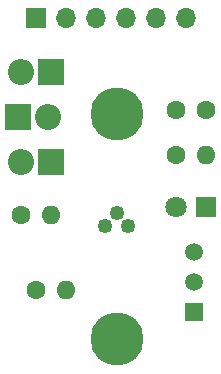
<source format=gbr>
%TF.GenerationSoftware,KiCad,Pcbnew,7.0.6-7.0.6~ubuntu22.04.1*%
%TF.CreationDate,2023-08-18T10:05:56-04:00*%
%TF.ProjectId,laserSim,6c617365-7253-4696-9d2e-6b696361645f,rev?*%
%TF.SameCoordinates,Original*%
%TF.FileFunction,Soldermask,Top*%
%TF.FilePolarity,Negative*%
%FSLAX46Y46*%
G04 Gerber Fmt 4.6, Leading zero omitted, Abs format (unit mm)*
G04 Created by KiCad (PCBNEW 7.0.6-7.0.6~ubuntu22.04.1) date 2023-08-18 10:05:56*
%MOMM*%
%LPD*%
G01*
G04 APERTURE LIST*
%ADD10C,1.600000*%
%ADD11O,1.600000X1.600000*%
%ADD12C,1.800000*%
%ADD13R,1.800000X1.800000*%
%ADD14R,2.200000X2.200000*%
%ADD15O,2.200000X2.200000*%
%ADD16R,1.500000X1.500000*%
%ADD17C,1.500000*%
%ADD18R,1.700000X1.700000*%
%ADD19O,1.700000X1.700000*%
%ADD20C,4.500000*%
%ADD21O,1.250000X1.250000*%
G04 APERTURE END LIST*
D10*
%TO.C,R3*%
X132305000Y-88265000D03*
D11*
X134845000Y-88265000D03*
%TD*%
D12*
%TO.C,D4*%
X145415000Y-87630000D03*
D13*
X147955000Y-87630000D03*
%TD*%
D14*
%TO.C,D2*%
X132080000Y-80010000D03*
D15*
X134620000Y-80010000D03*
%TD*%
D10*
%TO.C,C1*%
X147935000Y-79375000D03*
X145435000Y-79375000D03*
%TD*%
%TO.C,R2*%
X145415000Y-83185000D03*
D11*
X147955000Y-83185000D03*
%TD*%
D10*
%TO.C,R1*%
X133575000Y-94615000D03*
D11*
X136115000Y-94615000D03*
%TD*%
D14*
%TO.C,D3*%
X134818234Y-83820000D03*
D15*
X132278234Y-83820000D03*
%TD*%
D14*
%TO.C,D1*%
X134818234Y-76200000D03*
D15*
X132278234Y-76200000D03*
%TD*%
D16*
%TO.C,Q1*%
X146939000Y-96520000D03*
D17*
X146939000Y-93980000D03*
X146939000Y-91440000D03*
%TD*%
D18*
%TO.C,J1*%
X133604000Y-71628000D03*
D19*
X136144000Y-71628000D03*
X138684000Y-71628000D03*
X141224000Y-71628000D03*
X143764000Y-71628000D03*
X146304000Y-71628000D03*
%TD*%
D20*
%TO.C,LD1*%
X140398968Y-79700800D03*
X140398968Y-98724800D03*
D21*
X141398968Y-89195800D03*
X140398968Y-88095800D03*
X139398968Y-89195800D03*
%TD*%
M02*

</source>
